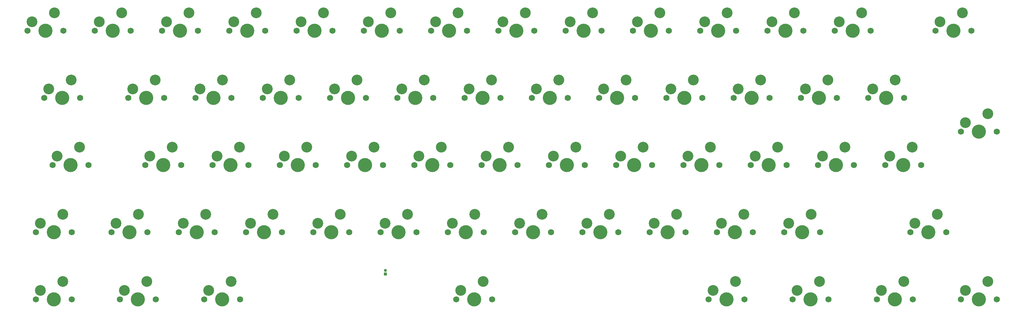
<source format=gbr>
%TF.GenerationSoftware,KiCad,Pcbnew,8.0.3*%
%TF.CreationDate,2024-10-19T17:43:13+08:00*%
%TF.ProjectId,PH60_Rev1,50483630-5f52-4657-9631-2e6b69636164,rev?*%
%TF.SameCoordinates,Original*%
%TF.FileFunction,Soldermask,Top*%
%TF.FilePolarity,Negative*%
%FSLAX46Y46*%
G04 Gerber Fmt 4.6, Leading zero omitted, Abs format (unit mm)*
G04 Created by KiCad (PCBNEW 8.0.3) date 2024-10-19 17:43:13*
%MOMM*%
%LPD*%
G01*
G04 APERTURE LIST*
%ADD10C,1.750000*%
%ADD11C,3.050000*%
%ADD12C,4.000000*%
%ADD13R,0.850000X0.850000*%
%ADD14O,0.850000X0.850000*%
G04 APERTURE END LIST*
D10*
%TO.C,S36*%
X180657500Y-76200000D03*
D11*
X181927500Y-73660000D03*
D12*
X185737500Y-76200000D03*
D11*
X188277500Y-71120000D03*
D10*
X190817500Y-76200000D03*
%TD*%
%TO.C,S19*%
X118745000Y-57150000D03*
D11*
X120015000Y-54610000D03*
D12*
X123825000Y-57150000D03*
D11*
X126365000Y-52070000D03*
D10*
X128905000Y-57150000D03*
%TD*%
%TO.C,S35*%
X161607500Y-76200000D03*
D11*
X162877500Y-73660000D03*
D12*
X166687500Y-76200000D03*
D11*
X169227500Y-71120000D03*
D10*
X171767500Y-76200000D03*
%TD*%
%TO.C,S28*%
X297338750Y-66675000D03*
D11*
X298608750Y-64135000D03*
D12*
X302418750Y-66675000D03*
D11*
X304958750Y-61595000D03*
D10*
X307498750Y-66675000D03*
%TD*%
%TO.C,S13*%
X261620000Y-38100000D03*
D11*
X262890000Y-35560000D03*
D12*
X266700000Y-38100000D03*
D11*
X269240000Y-33020000D03*
D10*
X271780000Y-38100000D03*
%TD*%
%TO.C,S2*%
X52070000Y-38100000D03*
D11*
X53340000Y-35560000D03*
D12*
X57150000Y-38100000D03*
D11*
X59690000Y-33020000D03*
D10*
X62230000Y-38100000D03*
%TD*%
%TO.C,S49*%
X171132500Y-95250000D03*
D11*
X172402500Y-92710000D03*
D12*
X176212500Y-95250000D03*
D11*
X178752500Y-90170000D03*
D10*
X181292500Y-95250000D03*
%TD*%
%TO.C,S54*%
X283051250Y-95250000D03*
D11*
X284321250Y-92710000D03*
D12*
X288131250Y-95250000D03*
D11*
X290671250Y-90170000D03*
D10*
X293211250Y-95250000D03*
%TD*%
%TO.C,S29*%
X40163750Y-76200000D03*
D11*
X41433750Y-73660000D03*
D12*
X45243750Y-76200000D03*
D11*
X47783750Y-71120000D03*
D10*
X50323750Y-76200000D03*
%TD*%
%TO.C,S25*%
X233045000Y-57150000D03*
D11*
X234315000Y-54610000D03*
D12*
X238125000Y-57150000D03*
D11*
X240665000Y-52070000D03*
D10*
X243205000Y-57150000D03*
%TD*%
%TO.C,S55*%
X35401250Y-114300000D03*
D11*
X36671250Y-111760000D03*
D12*
X40481250Y-114300000D03*
D11*
X43021250Y-109220000D03*
D10*
X45561250Y-114300000D03*
%TD*%
%TO.C,S26*%
X252095000Y-57150000D03*
D11*
X253365000Y-54610000D03*
D12*
X257175000Y-57150000D03*
D11*
X259715000Y-52070000D03*
D10*
X262255000Y-57150000D03*
%TD*%
%TO.C,S62*%
X297338750Y-114300000D03*
D11*
X298608750Y-111760000D03*
D12*
X302418750Y-114300000D03*
D11*
X304958750Y-109220000D03*
D10*
X307498750Y-114300000D03*
%TD*%
%TO.C,S31*%
X85407500Y-76200000D03*
D11*
X86677500Y-73660000D03*
D12*
X90487500Y-76200000D03*
D11*
X93027500Y-71120000D03*
D10*
X95567500Y-76200000D03*
%TD*%
%TO.C,S44*%
X75882500Y-95250000D03*
D11*
X77152500Y-92710000D03*
D12*
X80962500Y-95250000D03*
D11*
X83502500Y-90170000D03*
D10*
X86042500Y-95250000D03*
%TD*%
%TO.C,S59*%
X225901250Y-114300000D03*
D11*
X227171250Y-111760000D03*
D12*
X230981250Y-114300000D03*
D11*
X233521250Y-109220000D03*
D10*
X236061250Y-114300000D03*
%TD*%
%TO.C,S45*%
X94932500Y-95250000D03*
D11*
X96202500Y-92710000D03*
D12*
X100012500Y-95250000D03*
D11*
X102552500Y-90170000D03*
D10*
X105092500Y-95250000D03*
%TD*%
%TO.C,S34*%
X142557500Y-76200000D03*
D11*
X143827500Y-73660000D03*
D12*
X147637500Y-76200000D03*
D11*
X150177500Y-71120000D03*
D10*
X152717500Y-76200000D03*
%TD*%
%TO.C,S37*%
X199707500Y-76200000D03*
D11*
X200977500Y-73660000D03*
D12*
X204787500Y-76200000D03*
D11*
X207327500Y-71120000D03*
D10*
X209867500Y-76200000D03*
%TD*%
%TO.C,S46*%
X113982500Y-95250000D03*
D11*
X115252500Y-92710000D03*
D12*
X119062500Y-95250000D03*
D11*
X121602500Y-90170000D03*
D10*
X124142500Y-95250000D03*
%TD*%
%TO.C,S20*%
X137795000Y-57150000D03*
D11*
X139065000Y-54610000D03*
D12*
X142875000Y-57150000D03*
D11*
X145415000Y-52070000D03*
D10*
X147955000Y-57150000D03*
%TD*%
%TO.C,S9*%
X185420000Y-38100000D03*
D11*
X186690000Y-35560000D03*
D12*
X190500000Y-38100000D03*
D11*
X193040000Y-33020000D03*
D10*
X195580000Y-38100000D03*
%TD*%
%TO.C,S33*%
X123507500Y-76200000D03*
D11*
X124777500Y-73660000D03*
D12*
X128587500Y-76200000D03*
D11*
X131127500Y-71120000D03*
D10*
X133667500Y-76200000D03*
%TD*%
%TO.C,S39*%
X237807500Y-76200000D03*
D11*
X239077500Y-73660000D03*
D12*
X242887500Y-76200000D03*
D11*
X245427500Y-71120000D03*
D10*
X247967500Y-76200000D03*
%TD*%
%TO.C,S38*%
X218757500Y-76200000D03*
D11*
X220027500Y-73660000D03*
D12*
X223837500Y-76200000D03*
D11*
X226377500Y-71120000D03*
D10*
X228917500Y-76200000D03*
%TD*%
%TO.C,S5*%
X109220000Y-38100000D03*
D11*
X110490000Y-35560000D03*
D12*
X114300000Y-38100000D03*
D11*
X116840000Y-33020000D03*
D10*
X119380000Y-38100000D03*
%TD*%
%TO.C,S8*%
X166370000Y-38100000D03*
D11*
X167640000Y-35560000D03*
D12*
X171450000Y-38100000D03*
D11*
X173990000Y-33020000D03*
D10*
X176530000Y-38100000D03*
%TD*%
%TO.C,S40*%
X256857500Y-76200000D03*
D11*
X258127500Y-73660000D03*
D12*
X261937500Y-76200000D03*
D11*
X264477500Y-71120000D03*
D10*
X267017500Y-76200000D03*
%TD*%
%TO.C,S30*%
X66357500Y-76200000D03*
D11*
X67627500Y-73660000D03*
D12*
X71437500Y-76200000D03*
D11*
X73977500Y-71120000D03*
D10*
X76517500Y-76200000D03*
%TD*%
%TO.C,S21*%
X156845000Y-57150000D03*
D11*
X158115000Y-54610000D03*
D12*
X161925000Y-57150000D03*
D11*
X164465000Y-52070000D03*
D10*
X167005000Y-57150000D03*
%TD*%
%TO.C,S12*%
X242570000Y-38100000D03*
D11*
X243840000Y-35560000D03*
D12*
X247650000Y-38100000D03*
D11*
X250190000Y-33020000D03*
D10*
X252730000Y-38100000D03*
%TD*%
%TO.C,S15*%
X37782500Y-57150000D03*
D11*
X39052500Y-54610000D03*
D12*
X42862500Y-57150000D03*
D11*
X45402500Y-52070000D03*
D10*
X47942500Y-57150000D03*
%TD*%
%TO.C,S11*%
X223520000Y-38100000D03*
D11*
X224790000Y-35560000D03*
D12*
X228600000Y-38100000D03*
D11*
X231140000Y-33020000D03*
D10*
X233680000Y-38100000D03*
%TD*%
%TO.C,S18*%
X99695000Y-57150000D03*
D11*
X100965000Y-54610000D03*
D12*
X104775000Y-57150000D03*
D11*
X107315000Y-52070000D03*
D10*
X109855000Y-57150000D03*
%TD*%
%TO.C,S60*%
X249713750Y-114300000D03*
D11*
X250983750Y-111760000D03*
D12*
X254793750Y-114300000D03*
D11*
X257333750Y-109220000D03*
D10*
X259873750Y-114300000D03*
%TD*%
%TO.C,S56*%
X59213750Y-114300000D03*
D11*
X60483750Y-111760000D03*
D12*
X64293750Y-114300000D03*
D11*
X66833750Y-109220000D03*
D10*
X69373750Y-114300000D03*
%TD*%
%TO.C,S50*%
X190182500Y-95250000D03*
D11*
X191452500Y-92710000D03*
D12*
X195262500Y-95250000D03*
D11*
X197802500Y-90170000D03*
D10*
X200342500Y-95250000D03*
%TD*%
%TO.C,S43*%
X56832500Y-95250000D03*
D11*
X58102500Y-92710000D03*
D12*
X61912500Y-95250000D03*
D11*
X64452500Y-90170000D03*
D10*
X66992500Y-95250000D03*
%TD*%
%TO.C,S51*%
X209232500Y-95250000D03*
D11*
X210502500Y-92710000D03*
D12*
X214312500Y-95250000D03*
D11*
X216852500Y-90170000D03*
D10*
X219392500Y-95250000D03*
%TD*%
%TO.C,S52*%
X228282500Y-95250000D03*
D11*
X229552500Y-92710000D03*
D12*
X233362500Y-95250000D03*
D11*
X235902500Y-90170000D03*
D10*
X238442500Y-95250000D03*
%TD*%
%TO.C,S48*%
X152082500Y-95250000D03*
D11*
X153352500Y-92710000D03*
D12*
X157162500Y-95250000D03*
D11*
X159702500Y-90170000D03*
D10*
X162242500Y-95250000D03*
%TD*%
%TO.C,S42*%
X35401250Y-95250000D03*
D11*
X36671250Y-92710000D03*
D12*
X40481250Y-95250000D03*
D11*
X43021250Y-90170000D03*
D10*
X45561250Y-95250000D03*
%TD*%
%TO.C,S22*%
X175895000Y-57150000D03*
D11*
X177165000Y-54610000D03*
D12*
X180975000Y-57150000D03*
D11*
X183515000Y-52070000D03*
D10*
X186055000Y-57150000D03*
%TD*%
%TO.C,S61*%
X273526250Y-114300000D03*
D11*
X274796250Y-111760000D03*
D12*
X278606250Y-114300000D03*
D11*
X281146250Y-109220000D03*
D10*
X283686250Y-114300000D03*
%TD*%
%TO.C,S14*%
X290195000Y-38100000D03*
D11*
X291465000Y-35560000D03*
D12*
X295275000Y-38100000D03*
D11*
X297815000Y-33020000D03*
D10*
X300355000Y-38100000D03*
%TD*%
%TO.C,S4*%
X90170000Y-38100000D03*
D11*
X91440000Y-35560000D03*
D12*
X95250000Y-38100000D03*
D11*
X97790000Y-33020000D03*
D10*
X100330000Y-38100000D03*
%TD*%
%TO.C,S10*%
X204470000Y-38100000D03*
D11*
X205740000Y-35560000D03*
D12*
X209550000Y-38100000D03*
D11*
X212090000Y-33020000D03*
D10*
X214630000Y-38100000D03*
%TD*%
%TO.C,S41*%
X275907500Y-76200000D03*
D11*
X277177500Y-73660000D03*
D12*
X280987500Y-76200000D03*
D11*
X283527500Y-71120000D03*
D10*
X286067500Y-76200000D03*
%TD*%
%TO.C,S47*%
X133032500Y-95250000D03*
D11*
X134302500Y-92710000D03*
D12*
X138112500Y-95250000D03*
D11*
X140652500Y-90170000D03*
D10*
X143192500Y-95250000D03*
%TD*%
%TO.C,S3*%
X71120000Y-38100000D03*
D11*
X72390000Y-35560000D03*
D12*
X76200000Y-38100000D03*
D11*
X78740000Y-33020000D03*
D10*
X81280000Y-38100000D03*
%TD*%
%TO.C,S16*%
X61595000Y-57150000D03*
D11*
X62865000Y-54610000D03*
D12*
X66675000Y-57150000D03*
D11*
X69215000Y-52070000D03*
D10*
X71755000Y-57150000D03*
%TD*%
%TO.C,S7*%
X147320000Y-38100000D03*
D11*
X148590000Y-35560000D03*
D12*
X152400000Y-38100000D03*
D11*
X154940000Y-33020000D03*
D10*
X157480000Y-38100000D03*
%TD*%
%TO.C,S23*%
X194945000Y-57150000D03*
D11*
X196215000Y-54610000D03*
D12*
X200025000Y-57150000D03*
D11*
X202565000Y-52070000D03*
D10*
X205105000Y-57150000D03*
%TD*%
%TO.C,S53*%
X247332500Y-95250000D03*
D11*
X248602500Y-92710000D03*
D12*
X252412500Y-95250000D03*
D11*
X254952500Y-90170000D03*
D10*
X257492500Y-95250000D03*
%TD*%
%TO.C,S27*%
X271145000Y-57150000D03*
D11*
X272415000Y-54610000D03*
D12*
X276225000Y-57150000D03*
D11*
X278765000Y-52070000D03*
D10*
X281305000Y-57150000D03*
%TD*%
%TO.C,S6*%
X128270000Y-38100000D03*
D11*
X129540000Y-35560000D03*
D12*
X133350000Y-38100000D03*
D11*
X135890000Y-33020000D03*
D10*
X138430000Y-38100000D03*
%TD*%
%TO.C,S24*%
X213995000Y-57150000D03*
D11*
X215265000Y-54610000D03*
D12*
X219075000Y-57150000D03*
D11*
X221615000Y-52070000D03*
D10*
X224155000Y-57150000D03*
%TD*%
%TO.C,S58*%
X154463750Y-114300000D03*
D11*
X155733750Y-111760000D03*
D12*
X159543750Y-114300000D03*
D11*
X162083750Y-109220000D03*
D10*
X164623750Y-114300000D03*
%TD*%
%TO.C,S57*%
X83026250Y-114300000D03*
D11*
X84296250Y-111760000D03*
D12*
X88106250Y-114300000D03*
D11*
X90646250Y-109220000D03*
D10*
X93186250Y-114300000D03*
%TD*%
%TO.C,S1*%
X33020000Y-38100000D03*
D11*
X34290000Y-35560000D03*
D12*
X38100000Y-38100000D03*
D11*
X40640000Y-33020000D03*
D10*
X43180000Y-38100000D03*
%TD*%
%TO.C,S32*%
X104457500Y-76200000D03*
D11*
X105727500Y-73660000D03*
D12*
X109537500Y-76200000D03*
D11*
X112077500Y-71120000D03*
D10*
X114617500Y-76200000D03*
%TD*%
%TO.C,S17*%
X80645000Y-57150000D03*
D11*
X81915000Y-54610000D03*
D12*
X85725000Y-57150000D03*
D11*
X88265000Y-52070000D03*
D10*
X90805000Y-57150000D03*
%TD*%
D13*
%TO.C,J2*%
X134375000Y-107075000D03*
D14*
X134375000Y-106075000D03*
%TD*%
M02*

</source>
